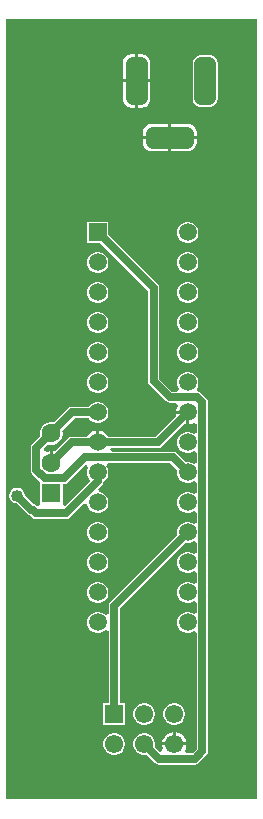
<source format=gbl>
G04*
G04 #@! TF.GenerationSoftware,Altium Limited,Altium Designer,25.4.2 (15)*
G04*
G04 Layer_Physical_Order=2*
G04 Layer_Color=13391121*
%FSLAX44Y44*%
%MOMM*%
G71*
G04*
G04 #@! TF.SameCoordinates,A96A63F0-213E-4ED1-A765-ED1990C429BC*
G04*
G04*
G04 #@! TF.FilePolarity,Positive*
G04*
G01*
G75*
%ADD27C,1.5500*%
%ADD28R,1.5500X1.5500*%
%ADD37C,0.6350*%
G04:AMPARAMS|DCode=38|XSize=4mm|YSize=1.8mm|CornerRadius=0.45mm|HoleSize=0mm|Usage=FLASHONLY|Rotation=180.000|XOffset=0mm|YOffset=0mm|HoleType=Round|Shape=RoundedRectangle|*
%AMROUNDEDRECTD38*
21,1,4.0000,0.9000,0,0,180.0*
21,1,3.1000,1.8000,0,0,180.0*
1,1,0.9000,-1.5500,0.4500*
1,1,0.9000,1.5500,0.4500*
1,1,0.9000,1.5500,-0.4500*
1,1,0.9000,-1.5500,-0.4500*
%
%ADD38ROUNDEDRECTD38*%
G04:AMPARAMS|DCode=39|XSize=4mm|YSize=1.8mm|CornerRadius=0.45mm|HoleSize=0mm|Usage=FLASHONLY|Rotation=90.000|XOffset=0mm|YOffset=0mm|HoleType=Round|Shape=RoundedRectangle|*
%AMROUNDEDRECTD39*
21,1,4.0000,0.9000,0,0,90.0*
21,1,3.1000,1.8000,0,0,90.0*
1,1,0.9000,0.4500,1.5500*
1,1,0.9000,0.4500,-1.5500*
1,1,0.9000,-0.4500,-1.5500*
1,1,0.9000,-0.4500,1.5500*
%
%ADD39ROUNDEDRECTD39*%
%ADD40C,1.6000*%
%ADD41R,1.6000X1.6000*%
%ADD42C,1.5000*%
%ADD43R,1.5000X1.5000*%
%ADD44C,1.0160*%
G36*
X1130300Y269240D02*
X918210D01*
Y929640D01*
X1130300D01*
Y269240D01*
D02*
G37*
%LPC*%
G36*
X1033200Y900171D02*
X1029970D01*
Y878840D01*
X1040301D01*
Y893070D01*
X1040059Y894908D01*
X1039349Y896620D01*
X1038221Y898091D01*
X1036750Y899219D01*
X1035038Y899929D01*
X1033200Y900171D01*
D02*
G37*
G36*
X1027430D02*
X1024200D01*
X1022362Y899929D01*
X1020650Y899219D01*
X1019179Y898091D01*
X1018051Y896620D01*
X1017341Y894908D01*
X1017099Y893070D01*
Y878840D01*
X1027430D01*
Y900171D01*
D02*
G37*
G36*
X1091200Y899212D02*
X1082200D01*
X1079849Y898745D01*
X1077857Y897413D01*
X1076525Y895420D01*
X1076058Y893070D01*
Y862070D01*
X1076525Y859720D01*
X1077857Y857727D01*
X1079849Y856395D01*
X1082200Y855928D01*
X1091200D01*
X1093550Y856395D01*
X1095543Y857727D01*
X1096874Y859720D01*
X1097342Y862070D01*
Y893070D01*
X1096874Y895420D01*
X1095543Y897413D01*
X1093550Y898745D01*
X1091200Y899212D01*
D02*
G37*
G36*
X1040301Y876300D02*
X1029970D01*
Y854969D01*
X1033200D01*
X1035038Y855211D01*
X1036750Y855921D01*
X1038221Y857049D01*
X1039349Y858520D01*
X1040059Y860232D01*
X1040301Y862070D01*
Y876300D01*
D02*
G37*
G36*
X1027430D02*
X1017099D01*
Y862070D01*
X1017341Y860232D01*
X1018051Y858520D01*
X1019179Y857049D01*
X1020650Y855921D01*
X1022362Y855211D01*
X1024200Y854969D01*
X1027430D01*
Y876300D01*
D02*
G37*
G36*
X1072200Y841171D02*
X1057970D01*
Y830840D01*
X1079301D01*
Y834070D01*
X1079059Y835908D01*
X1078349Y837620D01*
X1077221Y839091D01*
X1075750Y840219D01*
X1074038Y840929D01*
X1072200Y841171D01*
D02*
G37*
G36*
X1055430D02*
X1041200D01*
X1039362Y840929D01*
X1037650Y840219D01*
X1036179Y839091D01*
X1035051Y837620D01*
X1034341Y835908D01*
X1034099Y834070D01*
Y830840D01*
X1055430D01*
Y841171D01*
D02*
G37*
G36*
X1079301Y828300D02*
X1057970D01*
Y817969D01*
X1072200D01*
X1074038Y818211D01*
X1075750Y818921D01*
X1077221Y820049D01*
X1078349Y821520D01*
X1079059Y823232D01*
X1079301Y825070D01*
Y828300D01*
D02*
G37*
G36*
X1055430D02*
X1034099D01*
Y825070D01*
X1034341Y823232D01*
X1035051Y821520D01*
X1036179Y820049D01*
X1037650Y818921D01*
X1039362Y818211D01*
X1041200Y817969D01*
X1055430D01*
Y828300D01*
D02*
G37*
G36*
X1073068Y758324D02*
X1070692D01*
X1068397Y757709D01*
X1066339Y756521D01*
X1064659Y754841D01*
X1063471Y752783D01*
X1062856Y750488D01*
Y748112D01*
X1063471Y745817D01*
X1064659Y743759D01*
X1066339Y742079D01*
X1068397Y740891D01*
X1070692Y740276D01*
X1073068D01*
X1075363Y740891D01*
X1077421Y742079D01*
X1079101Y743759D01*
X1080289Y745817D01*
X1080904Y748112D01*
Y750488D01*
X1080289Y752783D01*
X1079101Y754841D01*
X1077421Y756521D01*
X1075363Y757709D01*
X1073068Y758324D01*
D02*
G37*
G36*
Y732924D02*
X1070692D01*
X1068397Y732309D01*
X1066339Y731121D01*
X1064659Y729441D01*
X1063471Y727383D01*
X1062856Y725088D01*
Y722712D01*
X1063471Y720417D01*
X1064659Y718359D01*
X1066339Y716679D01*
X1068397Y715491D01*
X1070692Y714876D01*
X1073068D01*
X1075363Y715491D01*
X1077421Y716679D01*
X1079101Y718359D01*
X1080289Y720417D01*
X1080904Y722712D01*
Y725088D01*
X1080289Y727383D01*
X1079101Y729441D01*
X1077421Y731121D01*
X1075363Y732309D01*
X1073068Y732924D01*
D02*
G37*
G36*
X996868D02*
X994492D01*
X992197Y732309D01*
X990139Y731121D01*
X988459Y729441D01*
X987271Y727383D01*
X986656Y725088D01*
Y722712D01*
X987271Y720417D01*
X988459Y718359D01*
X990139Y716679D01*
X992197Y715491D01*
X994492Y714876D01*
X996868D01*
X999163Y715491D01*
X1001221Y716679D01*
X1002901Y718359D01*
X1004089Y720417D01*
X1004704Y722712D01*
Y725088D01*
X1004089Y727383D01*
X1002901Y729441D01*
X1001221Y731121D01*
X999163Y732309D01*
X996868Y732924D01*
D02*
G37*
G36*
X1073068Y707524D02*
X1070692D01*
X1068397Y706909D01*
X1066339Y705721D01*
X1064659Y704041D01*
X1063471Y701983D01*
X1062856Y699688D01*
Y697312D01*
X1063471Y695017D01*
X1064659Y692959D01*
X1066339Y691279D01*
X1068397Y690091D01*
X1070692Y689476D01*
X1073068D01*
X1075363Y690091D01*
X1077421Y691279D01*
X1079101Y692959D01*
X1080289Y695017D01*
X1080904Y697312D01*
Y699688D01*
X1080289Y701983D01*
X1079101Y704041D01*
X1077421Y705721D01*
X1075363Y706909D01*
X1073068Y707524D01*
D02*
G37*
G36*
X996868D02*
X994492D01*
X992197Y706909D01*
X990139Y705721D01*
X988459Y704041D01*
X987271Y701983D01*
X986656Y699688D01*
Y697312D01*
X987271Y695017D01*
X988459Y692959D01*
X990139Y691279D01*
X992197Y690091D01*
X994492Y689476D01*
X996868D01*
X999163Y690091D01*
X1001221Y691279D01*
X1002901Y692959D01*
X1004089Y695017D01*
X1004704Y697312D01*
Y699688D01*
X1004089Y701983D01*
X1002901Y704041D01*
X1001221Y705721D01*
X999163Y706909D01*
X996868Y707524D01*
D02*
G37*
G36*
X1073068Y682124D02*
X1070692D01*
X1068397Y681509D01*
X1066339Y680321D01*
X1064659Y678641D01*
X1063471Y676583D01*
X1062856Y674288D01*
Y671912D01*
X1063471Y669617D01*
X1064659Y667559D01*
X1066339Y665879D01*
X1068397Y664691D01*
X1070692Y664076D01*
X1073068D01*
X1075363Y664691D01*
X1077421Y665879D01*
X1079101Y667559D01*
X1080289Y669617D01*
X1080904Y671912D01*
Y674288D01*
X1080289Y676583D01*
X1079101Y678641D01*
X1077421Y680321D01*
X1075363Y681509D01*
X1073068Y682124D01*
D02*
G37*
G36*
X996868D02*
X994492D01*
X992197Y681509D01*
X990139Y680321D01*
X988459Y678641D01*
X987271Y676583D01*
X986656Y674288D01*
Y671912D01*
X987271Y669617D01*
X988459Y667559D01*
X990139Y665879D01*
X992197Y664691D01*
X994492Y664076D01*
X996868D01*
X999163Y664691D01*
X1001221Y665879D01*
X1002901Y667559D01*
X1004089Y669617D01*
X1004704Y671912D01*
Y674288D01*
X1004089Y676583D01*
X1002901Y678641D01*
X1001221Y680321D01*
X999163Y681509D01*
X996868Y682124D01*
D02*
G37*
G36*
X1073068Y656724D02*
X1070692D01*
X1068397Y656109D01*
X1066339Y654921D01*
X1064659Y653241D01*
X1063471Y651183D01*
X1062856Y648888D01*
Y646512D01*
X1063471Y644217D01*
X1064659Y642159D01*
X1066339Y640479D01*
X1068397Y639291D01*
X1070692Y638676D01*
X1073068D01*
X1075363Y639291D01*
X1077421Y640479D01*
X1079101Y642159D01*
X1080289Y644217D01*
X1080904Y646512D01*
Y648888D01*
X1080289Y651183D01*
X1079101Y653241D01*
X1077421Y654921D01*
X1075363Y656109D01*
X1073068Y656724D01*
D02*
G37*
G36*
X996868D02*
X994492D01*
X992197Y656109D01*
X990139Y654921D01*
X988459Y653241D01*
X987271Y651183D01*
X986656Y648888D01*
Y646512D01*
X987271Y644217D01*
X988459Y642159D01*
X990139Y640479D01*
X992197Y639291D01*
X994492Y638676D01*
X996868D01*
X999163Y639291D01*
X1001221Y640479D01*
X1002901Y642159D01*
X1004089Y644217D01*
X1004704Y646512D01*
Y648888D01*
X1004089Y651183D01*
X1002901Y653241D01*
X1001221Y654921D01*
X999163Y656109D01*
X996868Y656724D01*
D02*
G37*
G36*
Y631324D02*
X994492D01*
X992197Y630709D01*
X990139Y629521D01*
X988459Y627841D01*
X987271Y625783D01*
X986656Y623488D01*
Y621112D01*
X987271Y618817D01*
X988459Y616759D01*
X990139Y615079D01*
X992197Y613891D01*
X994492Y613276D01*
X996868D01*
X999163Y613891D01*
X1001221Y615079D01*
X1002901Y616759D01*
X1004089Y618817D01*
X1004704Y621112D01*
Y623488D01*
X1004089Y625783D01*
X1002901Y627841D01*
X1001221Y629521D01*
X999163Y630709D01*
X996868Y631324D01*
D02*
G37*
G36*
X1004704Y758324D02*
X986656D01*
Y740276D01*
X997928D01*
X1038133Y700071D01*
Y623570D01*
X1038498Y621736D01*
X1039536Y620182D01*
X1053252Y606466D01*
X1054807Y605428D01*
X1056640Y605063D01*
X1062252D01*
X1062891Y604262D01*
X1063533Y602523D01*
X1062524Y600775D01*
X1061840Y598222D01*
Y598170D01*
X1071880D01*
Y596900D01*
X1073150D01*
Y586860D01*
X1073202D01*
X1075755Y587544D01*
X1076995Y588260D01*
X1079535Y586953D01*
Y580199D01*
X1078493Y579470D01*
X1076995Y578967D01*
X1075363Y579909D01*
X1073068Y580524D01*
X1070692D01*
X1068397Y579909D01*
X1066339Y578721D01*
X1064659Y577041D01*
X1063471Y574983D01*
X1062856Y572688D01*
Y570312D01*
X1063471Y568017D01*
X1064659Y565959D01*
X1066339Y564279D01*
X1068397Y563091D01*
X1070692Y562476D01*
X1073068D01*
X1075363Y563091D01*
X1076995Y564033D01*
X1078493Y563530D01*
X1079535Y562801D01*
Y554799D01*
X1078493Y554070D01*
X1076995Y553567D01*
X1075363Y554509D01*
X1073068Y555124D01*
X1070692D01*
X1069856Y554900D01*
X1062568Y562188D01*
X1061013Y563226D01*
X1059180Y563591D01*
X1007695D01*
X1006319Y566131D01*
X1006695Y566709D01*
X1046480D01*
X1048314Y567074D01*
X1049868Y568112D01*
X1069026Y587271D01*
X1070558Y586860D01*
X1070610D01*
Y595630D01*
X1061840D01*
Y595578D01*
X1062251Y594046D01*
X1044495Y576291D01*
X1004507D01*
X1003714Y577665D01*
X1001845Y579534D01*
X999555Y580856D01*
X997002Y581540D01*
X996950D01*
Y571500D01*
X994410D01*
Y581540D01*
X994358D01*
X991805Y580856D01*
X989515Y579534D01*
X987646Y577665D01*
X986853Y576291D01*
X974090D01*
X972257Y575926D01*
X970702Y574888D01*
X959572Y563758D01*
X957698Y564260D01*
X957580D01*
Y553720D01*
X955040D01*
Y564260D01*
X954922D01*
X953009Y563747D01*
X950931Y564675D01*
X950207Y565300D01*
X950084Y566119D01*
X953877Y569912D01*
X955056Y569596D01*
X957564D01*
X959986Y570245D01*
X962158Y571499D01*
X963931Y573272D01*
X965185Y575444D01*
X965834Y577866D01*
Y580374D01*
X965518Y581553D01*
X976075Y592109D01*
X988026D01*
X988459Y591359D01*
X990139Y589679D01*
X992197Y588491D01*
X994492Y587876D01*
X996868D01*
X999163Y588491D01*
X1001221Y589679D01*
X1002901Y591359D01*
X1004089Y593417D01*
X1004704Y595712D01*
Y598088D01*
X1004089Y600383D01*
X1002901Y602441D01*
X1001221Y604121D01*
X999163Y605309D01*
X996868Y605924D01*
X994492D01*
X992197Y605309D01*
X990139Y604121D01*
X988459Y602441D01*
X988026Y601691D01*
X974090D01*
X972257Y601326D01*
X970702Y600288D01*
X958743Y588328D01*
X957564Y588644D01*
X955056D01*
X952634Y587995D01*
X950462Y586741D01*
X948689Y584968D01*
X947435Y582796D01*
X946786Y580374D01*
Y577866D01*
X947102Y576687D01*
X940222Y569808D01*
X939184Y568254D01*
X938819Y566420D01*
Y548386D01*
X939184Y546553D01*
X940222Y544998D01*
X945448Y539772D01*
X946786Y537844D01*
X946786D01*
X946786Y537844D01*
Y518796D01*
X946786D01*
X946782Y518752D01*
X944146Y517796D01*
X943949Y517992D01*
X942395Y519031D01*
X941453Y519218D01*
X933958Y526714D01*
Y527411D01*
X933508Y529091D01*
X932638Y530597D01*
X931409Y531827D01*
X929903Y532696D01*
X928223Y533146D01*
X926485D01*
X924805Y532696D01*
X923299Y531827D01*
X922069Y530597D01*
X921200Y529091D01*
X920750Y527411D01*
Y525673D01*
X921200Y523993D01*
X922069Y522487D01*
X923299Y521258D01*
X924805Y520388D01*
X926485Y519938D01*
X927182D01*
X935904Y511217D01*
X937458Y510178D01*
X938399Y509991D01*
X940222Y508168D01*
X941777Y507130D01*
X943610Y506765D01*
X968756D01*
X970590Y507130D01*
X972144Y508168D01*
X984116Y520140D01*
X985674Y519755D01*
X986746Y519178D01*
X987271Y517217D01*
X988459Y515159D01*
X990139Y513479D01*
X992197Y512291D01*
X994492Y511676D01*
X996868D01*
X999163Y512291D01*
X1001221Y513479D01*
X1002901Y515159D01*
X1004089Y517217D01*
X1004704Y519512D01*
Y521888D01*
X1004089Y524183D01*
X1002901Y526241D01*
X1001221Y527921D01*
X999163Y529109D01*
X997202Y529634D01*
X996625Y530706D01*
X996240Y532264D01*
X999068Y535092D01*
X1000106Y536647D01*
X1000463Y538442D01*
X1001221Y538879D01*
X1002901Y540559D01*
X1004089Y542617D01*
X1004704Y544912D01*
Y547288D01*
X1004089Y549583D01*
X1003000Y551469D01*
X1003196Y552211D01*
X1004125Y554009D01*
X1057196D01*
X1063080Y548124D01*
X1062856Y547288D01*
Y544912D01*
X1063471Y542617D01*
X1064659Y540559D01*
X1066339Y538879D01*
X1068397Y537691D01*
X1070692Y537076D01*
X1073068D01*
X1075363Y537691D01*
X1076995Y538633D01*
X1078493Y538130D01*
X1079535Y537401D01*
Y529399D01*
X1078493Y528670D01*
X1076995Y528167D01*
X1075363Y529109D01*
X1073068Y529724D01*
X1070692D01*
X1068397Y529109D01*
X1066339Y527921D01*
X1064659Y526241D01*
X1063471Y524183D01*
X1062856Y521888D01*
Y519512D01*
X1063471Y517217D01*
X1064659Y515159D01*
X1066339Y513479D01*
X1068397Y512291D01*
X1070692Y511676D01*
X1073068D01*
X1075363Y512291D01*
X1076995Y513233D01*
X1078493Y512730D01*
X1079535Y512001D01*
Y503999D01*
X1078493Y503270D01*
X1076995Y502767D01*
X1075363Y503709D01*
X1073068Y504324D01*
X1070692D01*
X1068397Y503709D01*
X1066339Y502521D01*
X1064659Y500841D01*
X1063471Y498783D01*
X1062856Y496488D01*
Y494112D01*
X1063080Y493276D01*
X1006262Y436458D01*
X1005224Y434903D01*
X1004859Y433070D01*
Y426096D01*
X1004739Y426007D01*
X1002319Y425223D01*
X1001221Y426321D01*
X999163Y427509D01*
X996868Y428124D01*
X994492D01*
X992197Y427509D01*
X990139Y426321D01*
X988459Y424641D01*
X987271Y422583D01*
X986656Y420288D01*
Y417912D01*
X987271Y415617D01*
X988459Y413559D01*
X990139Y411879D01*
X992197Y410691D01*
X994492Y410076D01*
X996868D01*
X999163Y410691D01*
X1001221Y411879D01*
X1002319Y412977D01*
X1004739Y412193D01*
X1004859Y412104D01*
Y350904D01*
X1000376D01*
Y332356D01*
X1018924D01*
Y350904D01*
X1014441D01*
Y431086D01*
X1069856Y486500D01*
X1070692Y486276D01*
X1073068D01*
X1075363Y486891D01*
X1076995Y487833D01*
X1078493Y487330D01*
X1079535Y486601D01*
Y478599D01*
X1078493Y477870D01*
X1076995Y477367D01*
X1075363Y478309D01*
X1073068Y478924D01*
X1070692D01*
X1068397Y478309D01*
X1066339Y477121D01*
X1064659Y475441D01*
X1063471Y473383D01*
X1062856Y471088D01*
Y468712D01*
X1063471Y466417D01*
X1064659Y464359D01*
X1066339Y462679D01*
X1068397Y461491D01*
X1070692Y460876D01*
X1073068D01*
X1075363Y461491D01*
X1076995Y462433D01*
X1078493Y461930D01*
X1079535Y461201D01*
Y453199D01*
X1078493Y452470D01*
X1076995Y451967D01*
X1075363Y452909D01*
X1073068Y453524D01*
X1070692D01*
X1068397Y452909D01*
X1066339Y451721D01*
X1064659Y450041D01*
X1063471Y447983D01*
X1062856Y445688D01*
Y443312D01*
X1063471Y441017D01*
X1064659Y438959D01*
X1066339Y437279D01*
X1068397Y436091D01*
X1070692Y435476D01*
X1073068D01*
X1075363Y436091D01*
X1076995Y437033D01*
X1078493Y436530D01*
X1079535Y435801D01*
Y427799D01*
X1078493Y427070D01*
X1076995Y426567D01*
X1075363Y427509D01*
X1073068Y428124D01*
X1070692D01*
X1068397Y427509D01*
X1066339Y426321D01*
X1064659Y424641D01*
X1063471Y422583D01*
X1062856Y420288D01*
Y417912D01*
X1063471Y415617D01*
X1064659Y413559D01*
X1066339Y411879D01*
X1068397Y410691D01*
X1070692Y410076D01*
X1073068D01*
X1075363Y410691D01*
X1076995Y411633D01*
X1078493Y411130D01*
X1079535Y410401D01*
Y311864D01*
X1075992Y308321D01*
X1070466D01*
X1069232Y310861D01*
X1070039Y312258D01*
X1070740Y314875D01*
Y314960D01*
X1050160D01*
Y314875D01*
X1050733Y312735D01*
X1050355Y311508D01*
X1049281Y309915D01*
X1048305Y309751D01*
X1044054Y314002D01*
X1044324Y315009D01*
Y317451D01*
X1043692Y319810D01*
X1042471Y321924D01*
X1040744Y323651D01*
X1038630Y324872D01*
X1036271Y325504D01*
X1033829D01*
X1031470Y324872D01*
X1029356Y323651D01*
X1027629Y321924D01*
X1026408Y319810D01*
X1025776Y317451D01*
Y315009D01*
X1026408Y312650D01*
X1027629Y310536D01*
X1029356Y308809D01*
X1031470Y307588D01*
X1033829Y306956D01*
X1036271D01*
X1037279Y307226D01*
X1044362Y300142D01*
X1045917Y299104D01*
X1047750Y298739D01*
X1077976D01*
X1079809Y299104D01*
X1081364Y300142D01*
X1087714Y306492D01*
X1088752Y308047D01*
X1089117Y309880D01*
Y605536D01*
X1088752Y607369D01*
X1087714Y608924D01*
X1083396Y613242D01*
X1081842Y614280D01*
X1080484Y614550D01*
X1079712Y615784D01*
X1079347Y617185D01*
X1080289Y618817D01*
X1080904Y621112D01*
Y623488D01*
X1080289Y625783D01*
X1079101Y627841D01*
X1077421Y629521D01*
X1075363Y630709D01*
X1073068Y631324D01*
X1070692D01*
X1068397Y630709D01*
X1066339Y629521D01*
X1064659Y627841D01*
X1063471Y625783D01*
X1062856Y623488D01*
Y621112D01*
X1063471Y618817D01*
X1064413Y617185D01*
X1063910Y615687D01*
X1063181Y614645D01*
X1058624D01*
X1047715Y625555D01*
Y702056D01*
X1047350Y703889D01*
X1046312Y705444D01*
X1004704Y747052D01*
Y758324D01*
D02*
G37*
G36*
X996868Y504324D02*
X994492D01*
X992197Y503709D01*
X990139Y502521D01*
X988459Y500841D01*
X987271Y498783D01*
X986656Y496488D01*
Y494112D01*
X987271Y491817D01*
X988459Y489759D01*
X990139Y488079D01*
X992197Y486891D01*
X994492Y486276D01*
X996868D01*
X999163Y486891D01*
X1001221Y488079D01*
X1002901Y489759D01*
X1004089Y491817D01*
X1004704Y494112D01*
Y496488D01*
X1004089Y498783D01*
X1002901Y500841D01*
X1001221Y502521D01*
X999163Y503709D01*
X996868Y504324D01*
D02*
G37*
G36*
Y478924D02*
X994492D01*
X992197Y478309D01*
X990139Y477121D01*
X988459Y475441D01*
X987271Y473383D01*
X986656Y471088D01*
Y468712D01*
X987271Y466417D01*
X988459Y464359D01*
X990139Y462679D01*
X992197Y461491D01*
X994492Y460876D01*
X996868D01*
X999163Y461491D01*
X1001221Y462679D01*
X1002901Y464359D01*
X1004089Y466417D01*
X1004704Y468712D01*
Y471088D01*
X1004089Y473383D01*
X1002901Y475441D01*
X1001221Y477121D01*
X999163Y478309D01*
X996868Y478924D01*
D02*
G37*
G36*
Y453524D02*
X994492D01*
X992197Y452909D01*
X990139Y451721D01*
X988459Y450041D01*
X987271Y447983D01*
X986656Y445688D01*
Y443312D01*
X987271Y441017D01*
X988459Y438959D01*
X990139Y437279D01*
X992197Y436091D01*
X994492Y435476D01*
X996868D01*
X999163Y436091D01*
X1001221Y437279D01*
X1002901Y438959D01*
X1004089Y441017D01*
X1004704Y443312D01*
Y445688D01*
X1004089Y447983D01*
X1002901Y450041D01*
X1001221Y451721D01*
X999163Y452909D01*
X996868Y453524D01*
D02*
G37*
G36*
X1061671Y350904D02*
X1059229D01*
X1056870Y350272D01*
X1054756Y349051D01*
X1053029Y347324D01*
X1051808Y345210D01*
X1051176Y342851D01*
Y340409D01*
X1051808Y338050D01*
X1053029Y335936D01*
X1054756Y334209D01*
X1056870Y332988D01*
X1059229Y332356D01*
X1061671D01*
X1064030Y332988D01*
X1066144Y334209D01*
X1067871Y335936D01*
X1069092Y338050D01*
X1069724Y340409D01*
Y342851D01*
X1069092Y345210D01*
X1067871Y347324D01*
X1066144Y349051D01*
X1064030Y350272D01*
X1061671Y350904D01*
D02*
G37*
G36*
X1036271D02*
X1033829D01*
X1031470Y350272D01*
X1029356Y349051D01*
X1027629Y347324D01*
X1026408Y345210D01*
X1025776Y342851D01*
Y340409D01*
X1026408Y338050D01*
X1027629Y335936D01*
X1029356Y334209D01*
X1031470Y332988D01*
X1033829Y332356D01*
X1036271D01*
X1038630Y332988D01*
X1040744Y334209D01*
X1042471Y335936D01*
X1043692Y338050D01*
X1044324Y340409D01*
Y342851D01*
X1043692Y345210D01*
X1042471Y347324D01*
X1040744Y349051D01*
X1038630Y350272D01*
X1036271Y350904D01*
D02*
G37*
G36*
X1061805Y326520D02*
X1061720D01*
Y317500D01*
X1070740D01*
Y317585D01*
X1070039Y320202D01*
X1068684Y322548D01*
X1066768Y324464D01*
X1064422Y325819D01*
X1061805Y326520D01*
D02*
G37*
G36*
X1059180D02*
X1059095D01*
X1056478Y325819D01*
X1054132Y324464D01*
X1052216Y322548D01*
X1050861Y320202D01*
X1050160Y317585D01*
Y317500D01*
X1059180D01*
Y326520D01*
D02*
G37*
G36*
X1010871Y325504D02*
X1008429D01*
X1006070Y324872D01*
X1003956Y323651D01*
X1002229Y321924D01*
X1001008Y319810D01*
X1000376Y317451D01*
Y315009D01*
X1001008Y312650D01*
X1002229Y310536D01*
X1003956Y308809D01*
X1006070Y307588D01*
X1008429Y306956D01*
X1010871D01*
X1013230Y307588D01*
X1015344Y308809D01*
X1017071Y310536D01*
X1018292Y312650D01*
X1018924Y315009D01*
Y317451D01*
X1018292Y319810D01*
X1017071Y321924D01*
X1015344Y323651D01*
X1013230Y324872D01*
X1010871Y325504D01*
D02*
G37*
%LPD*%
G36*
X986147Y552717D02*
X987271Y549583D01*
X986656Y547288D01*
Y544912D01*
X987271Y542617D01*
X988459Y540559D01*
X989721Y539297D01*
X967775Y517351D01*
X965834Y519002D01*
Y536229D01*
X967486D01*
X969320Y536594D01*
X970874Y537632D01*
X986025Y552784D01*
X986147Y552717D01*
D02*
G37*
D27*
X1060450Y316230D02*
D03*
X1035050D02*
D03*
X1009650D02*
D03*
X1060450Y341630D02*
D03*
X1035050D02*
D03*
D28*
X1009650D02*
D03*
D37*
X939291Y514605D02*
X940561D01*
X927354Y526542D02*
X939291Y514605D01*
X940561D02*
X943610Y511556D01*
X974090Y596900D02*
X995680D01*
X956310Y579120D02*
X974090Y596900D01*
X995680Y571500D02*
X1046480D01*
X1071880Y596900D01*
X995680Y749300D02*
X1042924Y702056D01*
Y623570D02*
Y702056D01*
Y623570D02*
X1056640Y609854D01*
X1080008D01*
X1084326Y605536D01*
Y309880D02*
Y605536D01*
X1077976Y303530D02*
X1084326Y309880D01*
X1047750Y303530D02*
X1077976D01*
X1035050Y316230D02*
X1047750Y303530D01*
X943610Y566420D02*
X956310Y579120D01*
X943610Y548386D02*
Y566420D01*
Y548386D02*
X950976Y541020D01*
X967486D01*
X985266Y558800D01*
X1059180D01*
X1071880Y546100D01*
X943610Y511556D02*
X968756D01*
X995680Y538480D01*
Y546100D01*
X956310Y553720D02*
X974090Y571500D01*
X995680D01*
X1009650Y341630D02*
Y433070D01*
X1071880Y495300D01*
D38*
X1056700Y829570D02*
D03*
D39*
X1028700Y877570D02*
D03*
X1086700D02*
D03*
D40*
X956310Y579120D02*
D03*
Y553720D02*
D03*
D41*
Y528320D02*
D03*
D42*
X1071880Y419100D02*
D03*
Y444500D02*
D03*
Y469900D02*
D03*
Y495300D02*
D03*
Y520700D02*
D03*
Y546100D02*
D03*
Y571500D02*
D03*
Y596900D02*
D03*
Y622300D02*
D03*
Y647700D02*
D03*
Y673100D02*
D03*
Y698500D02*
D03*
Y723900D02*
D03*
Y749300D02*
D03*
X995680Y419100D02*
D03*
Y444500D02*
D03*
Y469900D02*
D03*
Y495300D02*
D03*
Y520700D02*
D03*
Y546100D02*
D03*
Y571500D02*
D03*
Y596900D02*
D03*
Y622300D02*
D03*
Y647700D02*
D03*
Y673100D02*
D03*
Y698500D02*
D03*
Y723900D02*
D03*
D43*
Y749300D02*
D03*
D44*
X927354Y526542D02*
D03*
M02*

</source>
